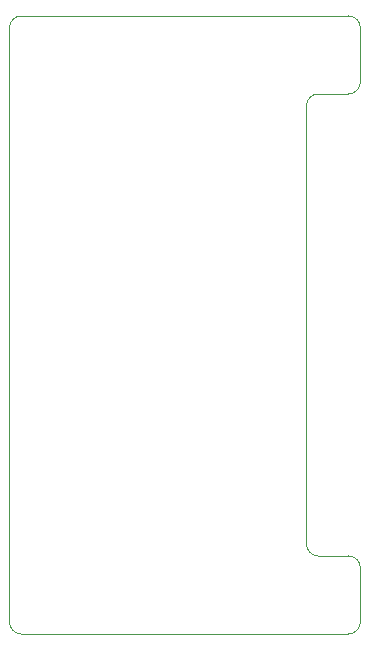
<source format=gm1>
%TF.GenerationSoftware,KiCad,Pcbnew,7.0.11*%
%TF.CreationDate,2024-05-20T00:03:05+02:00*%
%TF.ProjectId,Power supply,506f7765-7220-4737-9570-706c792e6b69,rev?*%
%TF.SameCoordinates,Original*%
%TF.FileFunction,Profile,NP*%
%FSLAX46Y46*%
G04 Gerber Fmt 4.6, Leading zero omitted, Abs format (unit mm)*
G04 Created by KiCad (PCBNEW 7.0.11) date 2024-05-20 00:03:05*
%MOMM*%
%LPD*%
G01*
G04 APERTURE LIST*
%TA.AperFunction,Profile*%
%ADD10C,0.100000*%
%TD*%
G04 APERTURE END LIST*
D10*
X160782000Y-92964000D02*
G75*
G03*
X159766000Y-91948000I-1016000J0D01*
G01*
X156210000Y-90932000D02*
G75*
G03*
X157226000Y-91948000I1016000J0D01*
G01*
X157226000Y-52832000D02*
G75*
G03*
X156210000Y-53848000I0J-1016000D01*
G01*
X159766000Y-52832000D02*
G75*
G03*
X160782000Y-51816000I0J1016000D01*
G01*
X160782000Y-47244000D02*
G75*
G03*
X159766000Y-46228000I-1016000J0D01*
G01*
X159766000Y-98552000D02*
G75*
G03*
X160782000Y-97536000I0J1016000D01*
G01*
X131064000Y-97536000D02*
G75*
G03*
X132080000Y-98552000I1016000J0D01*
G01*
X132080000Y-46228000D02*
G75*
G03*
X131064000Y-47244000I0J-1016000D01*
G01*
X160782000Y-51816000D02*
X160782000Y-47244000D01*
X157226000Y-52832000D02*
X159766000Y-52832000D01*
X156210000Y-90932000D02*
X156210000Y-53848000D01*
X159766000Y-91948000D02*
X157226000Y-91948000D01*
X160782000Y-97536000D02*
X160782000Y-92964000D01*
X132080000Y-98552000D02*
X159766000Y-98552000D01*
X131064000Y-47244000D02*
X131064000Y-97536000D01*
X159766000Y-46228000D02*
X132080000Y-46228000D01*
M02*

</source>
